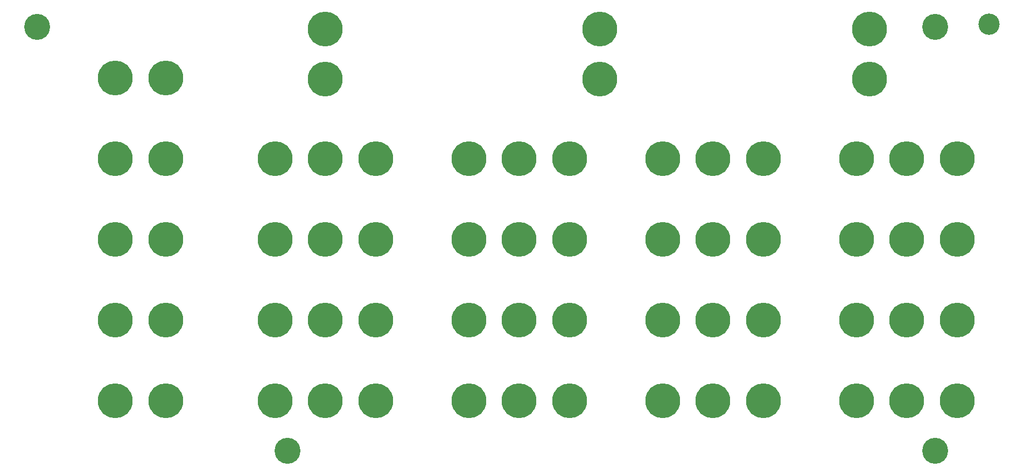
<source format=gbr>
G04 #@! TF.GenerationSoftware,KiCad,Pcbnew,(5.0.0)*
G04 #@! TF.CreationDate,2018-12-30T19:09:48-06:00*
G04 #@! TF.ProjectId,PatchPanel_Hardware,506174636850616E656C5F4861726477,rev?*
G04 #@! TF.SameCoordinates,Original*
G04 #@! TF.FileFunction,Soldermask,Top*
G04 #@! TF.FilePolarity,Negative*
%FSLAX46Y46*%
G04 Gerber Fmt 4.6, Leading zero omitted, Abs format (unit mm)*
G04 Created by KiCad (PCBNEW (5.0.0)) date 12/30/18 19:09:48*
%MOMM*%
%LPD*%
G01*
G04 APERTURE LIST*
%ADD10C,4.083000*%
%ADD11C,5.480000*%
%ADD12C,3.346400*%
G04 APERTURE END LIST*
D10*
G04 #@! TO.C,REF\002A\002A*
X279654000Y-83820000D03*
G04 #@! TD*
G04 #@! TO.C,REF\002A\002A*
X177800000Y-83820000D03*
G04 #@! TD*
G04 #@! TO.C,REF\002A\002A*
X138430000Y-17145000D03*
G04 #@! TD*
G04 #@! TO.C,REF\002A\002A*
X279654000Y-17145000D03*
G04 #@! TD*
D11*
G04 #@! TO.C,Conn10*
X206310000Y-37820000D03*
X214210000Y-37820000D03*
X222110000Y-37820000D03*
G04 #@! TD*
G04 #@! TO.C,Conn1*
X267270000Y-50520000D03*
X275170000Y-50520000D03*
X283070000Y-50520000D03*
G04 #@! TD*
G04 #@! TO.C,Conn2*
X267270000Y-63220000D03*
X275170000Y-63220000D03*
X283070000Y-63220000D03*
G04 #@! TD*
G04 #@! TO.C,Conn3*
X206310000Y-63220000D03*
X214210000Y-63220000D03*
X222110000Y-63220000D03*
G04 #@! TD*
G04 #@! TO.C,Conn4*
X267270000Y-75920000D03*
X275170000Y-75920000D03*
X283070000Y-75920000D03*
G04 #@! TD*
G04 #@! TO.C,Conn5*
X206310000Y-50520000D03*
X214210000Y-50520000D03*
X222110000Y-50520000D03*
G04 #@! TD*
G04 #@! TO.C,Conn6*
X236790000Y-75920000D03*
X244690000Y-75920000D03*
X252590000Y-75920000D03*
G04 #@! TD*
G04 #@! TO.C,Conn7*
X206310000Y-75920000D03*
X214210000Y-75920000D03*
X222110000Y-75920000D03*
G04 #@! TD*
G04 #@! TO.C,Conn9*
X175830000Y-50520000D03*
X183730000Y-50520000D03*
X191630000Y-50520000D03*
G04 #@! TD*
G04 #@! TO.C,Conn11*
X267270000Y-37820000D03*
X275170000Y-37820000D03*
X283070000Y-37820000D03*
G04 #@! TD*
G04 #@! TO.C,Conn12*
X236790000Y-63220000D03*
X244690000Y-63220000D03*
X252590000Y-63220000D03*
G04 #@! TD*
G04 #@! TO.C,Conn13*
X236790000Y-37820000D03*
X244690000Y-37820000D03*
X252590000Y-37820000D03*
G04 #@! TD*
G04 #@! TO.C,Conn14*
X236790000Y-50520000D03*
X244690000Y-50520000D03*
X252590000Y-50520000D03*
G04 #@! TD*
G04 #@! TO.C,Conn15*
X175830000Y-37820000D03*
X183730000Y-37820000D03*
X191630000Y-37820000D03*
G04 #@! TD*
G04 #@! TO.C,Conn23*
X175830000Y-75920000D03*
X183730000Y-75920000D03*
X191630000Y-75920000D03*
G04 #@! TD*
G04 #@! TO.C,Conn24*
X175830000Y-63220000D03*
X183730000Y-63220000D03*
X191630000Y-63220000D03*
G04 #@! TD*
G04 #@! TO.C,Conn8*
X269266000Y-17412000D03*
X269266000Y-25312000D03*
G04 #@! TD*
G04 #@! TO.C,Conn16*
X226848000Y-17412000D03*
X226848000Y-25312000D03*
G04 #@! TD*
G04 #@! TO.C,Conn17*
X183668000Y-25312000D03*
X183668000Y-17412000D03*
G04 #@! TD*
D12*
G04 #@! TO.C,REF\002A\002A*
X288091880Y-16708120D03*
G04 #@! TD*
D11*
G04 #@! TO.C,Conn18*
X158610000Y-25120000D03*
X150710000Y-25120000D03*
G04 #@! TD*
G04 #@! TO.C,Conn19*
X150710000Y-37820000D03*
X158610000Y-37820000D03*
G04 #@! TD*
G04 #@! TO.C,Conn20*
X158610000Y-50520000D03*
X150710000Y-50520000D03*
G04 #@! TD*
G04 #@! TO.C,Conn21*
X150710000Y-75920000D03*
X158610000Y-75920000D03*
G04 #@! TD*
G04 #@! TO.C,Conn22*
X158610000Y-63220000D03*
X150710000Y-63220000D03*
G04 #@! TD*
M02*

</source>
